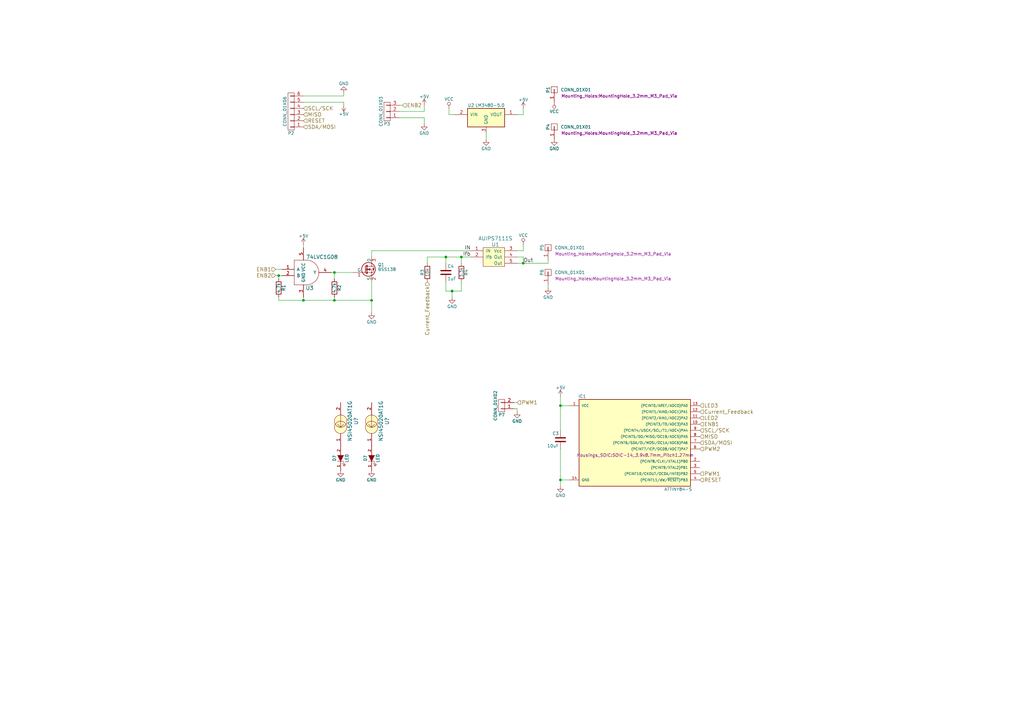
<source format=kicad_sch>
(kicad_sch (version 20230121) (generator eeschema)
  (paper "A3")
  (lib_symbols
    (symbol "main-rescue:+5V" (power) (pin_names (offset 0))
      (property "Value" "+5V" (at 0 3.556 0))
      (symbol "+5V_0_1"
        (polyline (pts (xy -0.762 1.27) (xy 0 2.54)))
        (polyline (pts (xy 0 0) (xy 0 2.54)))
        (polyline (pts (xy 0 2.54) (xy 0.762 1.27)))
      )
      (symbol "+5V_1_1"
        (pin power_in line (at 0 0 90) (length 0) hide (name "+5V") (number "1"))
      )
    )
    (symbol "main-rescue:74LVC1G08" (pin_names (offset 1.016))
      (property "Reference" "U" (at 2.54 -6.35 0))
      (property "Value" "74LVC1G08" (at 7.62 6.35 0))
      (symbol "74LVC1G08_0_1"
        (polyline (pts (xy 1.27 5.08) (xy -2.54 5.08) (xy -3.81 5.08) (xy -3.81 -5.08) (xy -2.54 -5.08) (xy 1.27 -5.08)))
        (arc (start 1.27 -5.08) (mid 6.3247 0) (end 1.27 5.08))
      )
      (symbol "74LVC1G08_1_1"
        (pin input line (at -8.89 1.27 0) (length 5.08) (name "A") (number "1"))
        (pin input line (at -8.89 -1.27 0) (length 5.08) (name "B") (number "2"))
        (pin input line (at 0 -10.16 90) (length 5.08) (name "GND") (number "3"))
        (pin input line (at 11.43 0 180) (length 5.08) (name "Y") (number "4"))
        (pin input line (at 0 10.16 270) (length 5.08) (name "VCC") (number "5"))
      )
    )
    (symbol "main-rescue:ATTINY84-S" (pin_names (offset 1.016))
      (property "Reference" "IC" (at -21.59 19.05 0))
      (property "Value" "ATTINY84-S" (at 17.78 -19.05 0))
      (property "Footprint" "SO14" (at 0 -5.08 0))
      (symbol "ATTINY84-S_0_1"
        (rectangle (start 22.86 17.78) (end -22.86 -17.78) (stroke (width 0.254)) (fill (type background)))
      )
      (symbol "ATTINY84-S_1_1"
        (pin power_in line (at -26.67 15.24 0) (length 3.81) (name "VCC") (number "1"))
        (pin bidirectional line (at 26.67 7.62 180) (length 3.81) (name "(PCINT3/T0/ADC3)PA3") (number "10"))
        (pin bidirectional line (at 26.67 10.16 180) (length 3.81) (name "(PCINT2/AIN1/ADC2)PA2") (number "11"))
        (pin bidirectional line (at 26.67 12.7 180) (length 3.81) (name "(PCINT1/AIN0/ADC1)PA1") (number "12"))
        (pin bidirectional line (at 26.67 15.24 180) (length 3.81) (name "(PCINT0/AREF/ADC0)PA0") (number "13"))
        (pin power_in line (at -26.67 -15.24 0) (length 3.81) (name "GND") (number "14"))
        (pin bidirectional line (at 26.67 -7.62 180) (length 3.81) (name "(PCINT8/CLKI/XTAL1)PB0") (number "2"))
        (pin bidirectional line (at 26.67 -10.16 180) (length 3.81) (name "(PCINT9/XTAL2)PB1") (number "3"))
        (pin bidirectional line (at 26.67 -15.24 180) (length 3.81) (name "(PCINT11/dW/~{RESET})PB3") (number "4"))
        (pin bidirectional line (at 26.67 -12.7 180) (length 3.81) (name "(PCINT10/CKOUT/OC0A/INT0)PB2") (number "5"))
        (pin bidirectional line (at 26.67 -2.54 180) (length 3.81) (name "(PCINT7/ICP/OC0B/ADC7)PA7") (number "6"))
        (pin bidirectional line (at 26.67 0 180) (length 3.81) (name "(PCINT6/SDA/DI/MOSI/OC1A/ADC6)PA6") (number "7"))
        (pin bidirectional line (at 26.67 2.54 180) (length 3.81) (name "(PCINT5/DO/MISO/OC1B/ADC5)PA5") (number "8"))
        (pin bidirectional line (at 26.67 5.08 180) (length 3.81) (name "(PCINT4/USCK/SCL/T1/ADC4)PA4") (number "9"))
      )
    )
    (symbol "main-rescue:AUIPS7111S" (pin_names (offset 1.016))
      (property "Reference" "U" (at 0 6.35 0))
      (property "Value" "AUIPS7111S" (at 0 8.89 0))
      (symbol "AUIPS7111S_0_1"
        (rectangle (start -5.08 5.08) (end 3.81 -2.54) (fill (type background)))
      )
      (symbol "AUIPS7111S_1_1"
        (pin input line (at -10.16 3.81 0) (length 5.08) (name "IN") (number "1"))
        (pin input line (at -10.16 1.27 0) (length 5.08) (name "Ifb") (number "2"))
        (pin input line (at 8.89 3.81 180) (length 5.08) (name "Vcc") (number "3"))
        (pin input line (at 8.89 1.27 180) (length 5.08) (name "Out") (number "4"))
        (pin input line (at 8.89 -1.27 180) (length 5.08) (name "Out") (number "5"))
      )
    )
    (symbol "main-rescue:BSS138" (pin_names (offset 0))
      (property "Reference" "Q" (at 5.08 1.905 0))
      (property "Value" "BSS138" (at 5.08 0 0))
      (symbol "BSS138_0_1"
        (polyline (pts (xy 0.635 -1.016) (xy 0.635 -1.651)) (stroke (width 0.508)))
        (polyline (pts (xy 0.635 0.381) (xy 0.635 -0.381)) (stroke (width 0.508)))
        (polyline (pts (xy 0.635 1.651) (xy 0.635 1.016)) (stroke (width 0.508)))
        (polyline (pts (xy 3.048 0.381) (xy 2.921 0.254)))
        (polyline (pts (xy 3.048 0.381) (xy 3.556 0.381)))
        (polyline (pts (xy 3.556 0.381) (xy 3.683 0.508)))
        (polyline (pts (xy 0 1.524) (xy 0 -1.524) (xy 0 -1.524)) (stroke (width 0.254)))
        (polyline (pts (xy 0.762 -1.27) (xy 2.54 -1.27) (xy 2.54 -2.54) (xy 2.54 -2.54)))
        (polyline (pts (xy 0.762 1.27) (xy 2.54 1.27) (xy 2.54 2.54) (xy 2.54 2.54)))
        (polyline (pts (xy 2.54 1.27) (xy 3.302 1.27) (xy 3.302 -1.27) (xy 2.54 -1.27)))
        (polyline (pts (xy 3.302 0.381) (xy 3.048 -0.254) (xy 3.556 -0.254) (xy 3.302 0.381)) (fill (type outline)))
        (polyline (pts (xy 0.762 0) (xy 1.27 0) (xy 2.54 0) (xy 2.54 -1.27) (xy 2.54 -1.27)))
        (polyline (pts (xy 0.889 0) (xy 1.905 0.381) (xy 1.905 -0.381) (xy 0.889 0) (xy 1.016 0) (xy 1.016 0)) (fill (type outline)))
        (circle (center 1.27 0) (radius 2.8194) (stroke (width 0.254)))
        (circle (center 2.54 -1.27) (radius 0.127))
        (circle (center 2.54 1.27) (radius 0.127))
      )
      (symbol "BSS138_1_1"
        (pin passive line (at -5.08 -1.27 0) (length 5.08) (name "G") (number "1"))
        (pin passive line (at 2.54 -5.08 90) (length 2.54) (name "S") (number "2"))
        (pin passive line (at 2.54 5.08 270) (length 2.54) (name "D") (number "3"))
      )
    )
    (symbol "main-rescue:C" (pin_numbers hide) (pin_names (offset 0.254))
      (property "Reference" "C" (at 0.635 2.54 0))
      (property "Value" "C" (at 0.635 -2.54 0))
      (symbol "C_0_1"
        (polyline (pts (xy -2.032 -0.762) (xy 2.032 -0.762)) (stroke (width 0.508)))
        (polyline (pts (xy -2.032 0.762) (xy 2.032 0.762)) (stroke (width 0.508)))
      )
      (symbol "C_1_1"
        (pin passive line (at 0 3.81 270) (length 2.794) (name "~") (number "1"))
        (pin passive line (at 0 -3.81 90) (length 2.794) (name "~") (number "2"))
      )
    )
    (symbol "main-rescue:CONN_01X01" (pin_names (offset 1.016) hide)
      (property "Reference" "P" (at 0 2.54 0))
      (property "Value" "CONN_01X01" (at 2.54 0 90))
      (symbol "CONN_01X01_0_1"
        (rectangle (start -1.27 0.127) (end 0.254 -0.127))
        (rectangle (start -1.27 1.27) (end 1.27 -1.27))
      )
      (symbol "CONN_01X01_1_1"
        (pin passive line (at -5.08 0 0) (length 3.81) (name "P1") (number "1"))
      )
    )
    (symbol "main-rescue:CONN_01X02" (pin_names (offset 1.016) hide)
      (property "Reference" "P" (at 0 3.81 0))
      (property "Value" "CONN_01X02" (at 2.54 0 90))
      (symbol "CONN_01X02_0_1"
        (rectangle (start -1.27 -1.143) (end 0.254 -1.397))
        (rectangle (start -1.27 1.397) (end 0.254 1.143))
        (rectangle (start -1.27 2.54) (end 1.27 -2.54))
      )
      (symbol "CONN_01X02_1_1"
        (pin passive line (at -5.08 1.27 0) (length 3.81) (name "P1") (number "1"))
        (pin passive line (at -5.08 -1.27 0) (length 3.81) (name "P2") (number "2"))
      )
    )
    (symbol "main-rescue:CONN_01X03" (pin_names (offset 1.016) hide)
      (property "Reference" "P" (at 0 5.08 0))
      (property "Value" "CONN_01X03" (at 2.54 0 90))
      (symbol "CONN_01X03_0_1"
        (rectangle (start -1.27 -2.413) (end 0.254 -2.667))
        (rectangle (start -1.27 0.127) (end 0.254 -0.127))
        (rectangle (start -1.27 2.667) (end 0.254 2.413))
        (rectangle (start -1.27 3.81) (end 1.27 -3.81))
      )
      (symbol "CONN_01X03_1_1"
        (pin passive line (at -5.08 2.54 0) (length 3.81) (name "P1") (number "1"))
        (pin passive line (at -5.08 0 0) (length 3.81) (name "P2") (number "2"))
        (pin passive line (at -5.08 -2.54 0) (length 3.81) (name "P3") (number "3"))
      )
    )
    (symbol "main-rescue:CONN_01X06" (pin_names (offset 1.016) hide)
      (property "Reference" "P" (at 0 8.89 0))
      (property "Value" "CONN_01X06" (at 2.54 0 90))
      (symbol "CONN_01X06_0_1"
        (rectangle (start -1.27 -6.223) (end 0.254 -6.477))
        (rectangle (start -1.27 -3.683) (end 0.254 -3.937))
        (rectangle (start -1.27 -1.143) (end 0.254 -1.397))
        (rectangle (start -1.27 1.397) (end 0.254 1.143))
        (rectangle (start -1.27 3.937) (end 0.254 3.683))
        (rectangle (start -1.27 6.477) (end 0.254 6.223))
        (rectangle (start -1.27 7.62) (end 1.27 -7.62))
      )
      (symbol "CONN_01X06_1_1"
        (pin passive line (at -5.08 6.35 0) (length 3.81) (name "P1") (number "1"))
        (pin passive line (at -5.08 3.81 0) (length 3.81) (name "P2") (number "2"))
        (pin passive line (at -5.08 1.27 0) (length 3.81) (name "P3") (number "3"))
        (pin passive line (at -5.08 -1.27 0) (length 3.81) (name "P4") (number "4"))
        (pin passive line (at -5.08 -3.81 0) (length 3.81) (name "P5") (number "5"))
        (pin passive line (at -5.08 -6.35 0) (length 3.81) (name "P6") (number "6"))
      )
    )
    (symbol "main-rescue:GND" (power) (pin_names (offset 0))
      (property "Value" "GND" (at 0 -3.81 0))
      (symbol "GND_0_1"
        (polyline (pts (xy 0 0) (xy 0 -1.27) (xy 1.27 -1.27) (xy 0 -2.54) (xy -1.27 -1.27) (xy 0 -1.27)))
      )
      (symbol "GND_1_1"
        (pin power_in line (at 0 0 270) (length 0) hide (name "GND") (number "1"))
      )
    )
    (symbol "main-rescue:LED" (pin_names (offset 1.016) hide)
      (property "Reference" "D" (at 0 2.54 0))
      (property "Value" "LED" (at 0 -2.54 0))
      (symbol "LED_0_1"
        (polyline (pts (xy -1.27 1.27) (xy -1.27 -1.27)))
        (polyline (pts (xy -2.032 -0.635) (xy -3.175 -1.651) (xy -3.048 -1.016)))
        (polyline (pts (xy -1.651 -1.016) (xy -2.794 -2.032) (xy -2.667 -1.397)))
        (polyline (pts (xy 1.27 1.27) (xy -1.27 0) (xy 1.27 -1.27)) (fill (type outline)))
      )
      (symbol "LED_1_1"
        (pin passive line (at -5.08 0 0) (length 3.81) (name "K") (number "1"))
        (pin passive line (at 5.08 0 180) (length 3.81) (name "A") (number "2"))
      )
    )
    (symbol "main-rescue:LM3480-5.0" (pin_names (offset 1.016))
      (property "Reference" "U" (at -7.62 3.81 0))
      (property "Value" "LM3480-5.0" (at 7.62 3.81 0))
      (symbol "LM3480-5.0_0_1"
        (rectangle (start -7.62 2.54) (end 7.62 -5.08) (stroke (width 0.254)) (fill (type background)))
      )
      (symbol "LM3480-5.0_1_1"
        (pin power_out line (at 12.7 0 180) (length 5.08) (name "VOUT") (number "1"))
        (pin power_in line (at -12.7 0 0) (length 5.08) (name "VIN") (number "2"))
        (pin power_in line (at 0 -7.62 90) (length 2.54) (name "GND") (number "3"))
      )
    )
    (symbol "main-rescue:NSI45020AT1G" (pin_names (offset 1.016))
      (property "Reference" "U" (at 0 6.35 0))
      (property "Value" "NSI45020AT1G" (at 0 3.81 0))
      (symbol "NSI45020AT1G_0_1"
        (polyline (pts (xy -2.54 0) (xy 2.54 0)))
        (polyline (pts (xy 1.27 -1.27) (xy 2.54 0) (xy 1.27 1.27)))
        (circle (center 0 0) (radius 2.54) (fill (type background)))
        (circle (center 2.54 0) (radius 2.54) (fill (type background)))
      )
      (symbol "NSI45020AT1G_1_1"
        (pin input line (at 10.16 0 180) (length 5.08) (name "~") (number "1"))
        (pin input line (at -7.62 0 0) (length 5.08) (name "~") (number "2"))
      )
    )
    (symbol "main-rescue:R" (pin_numbers hide) (pin_names (offset 0))
      (property "Reference" "R" (at 2.032 0 90))
      (property "Value" "R" (at 0 0 90))
      (symbol "R_0_1"
        (rectangle (start -1.016 -2.54) (end 1.016 2.54) (stroke (width 0.254)))
      )
      (symbol "R_1_1"
        (pin passive line (at 0 3.81 270) (length 1.27) (name "~") (number "1"))
        (pin passive line (at 0 -3.81 90) (length 1.27) (name "~") (number "2"))
      )
    )
    (symbol "main-rescue:VCC" (power) (pin_names (offset 0))
      (property "Value" "VCC" (at 0 3.81 0))
      (symbol "VCC_0_1"
        (polyline (pts (xy 0 0) (xy 0 1.27)))
        (circle (center 0 1.905) (radius 0.635))
      )
      (symbol "VCC_1_1"
        (pin power_in line (at 0 0 90) (length 0) hide (name "VCC") (number "1"))
      )
    )
  )
  (junction (at 152.4 123.19))
  (junction (at 182.88 105.41))
  (junction (at 124.46 123.19))
  (junction (at 229.87 196.85))
  (junction (at 185.42 119.38))
  (junction (at 137.16 111.76))
  (junction (at 214.63 107.95))
  (junction (at 189.23 105.41))
  (junction (at 137.16 123.19))
  (junction (at 229.87 166.37))
  (junction (at 114.3 113.03))
  (wire (pts (xy 173.99 45.72) (xy 163.83 45.72)))
  (wire (pts (xy 175.26 105.41) (xy 175.26 107.95)))
  (wire (pts (xy 224.79 116.84) (xy 224.79 118.11)))
  (wire (pts (xy 229.87 196.85) (xy 229.87 199.39)))
  (wire (pts (xy 214.63 102.87) (xy 212.09 102.87)))
  (wire (pts (xy 165.1 43.18) (xy 163.83 43.18)))
  (wire (pts (xy 229.87 166.37) (xy 233.68 166.37)))
  (wire (pts (xy 152.4 105.41) (xy 152.4 102.87)))
  (wire (pts (xy 137.16 123.19) (xy 152.4 123.19)))
  (wire (pts (xy 124.46 121.92) (xy 124.46 123.19)))
  (wire (pts (xy 137.16 111.76) (xy 144.78 111.76)))
  (wire (pts (xy 152.4 123.19) (xy 152.4 128.27)))
  (wire (pts (xy 182.88 107.95) (xy 182.88 105.41)))
  (wire (pts (xy 182.88 119.38) (xy 182.88 115.57)))
  (wire (pts (xy 214.63 102.87) (xy 214.63 100.33)))
  (wire (pts (xy 173.99 48.26) (xy 163.83 48.26)))
  (wire (pts (xy 189.23 105.41) (xy 193.04 105.41)))
  (wire (pts (xy 114.3 121.92) (xy 114.3 123.19)))
  (wire (pts (xy 212.09 46.99) (xy 214.63 46.99)))
  (wire (pts (xy 189.23 119.38) (xy 189.23 115.57)))
  (wire (pts (xy 140.97 39.37) (xy 124.46 39.37)))
  (wire (pts (xy 224.79 107.95) (xy 224.79 106.68)))
  (wire (pts (xy 229.87 196.85) (xy 233.68 196.85)))
  (wire (pts (xy 113.03 110.49) (xy 115.57 110.49)))
  (wire (pts (xy 212.09 167.64) (xy 212.09 168.91)))
  (wire (pts (xy 182.88 119.38) (xy 185.42 119.38)))
  (wire (pts (xy 140.97 41.91) (xy 140.97 43.18)))
  (wire (pts (xy 184.15 46.99) (xy 186.69 46.99)))
  (wire (pts (xy 173.99 50.8) (xy 173.99 48.26)))
  (wire (pts (xy 173.99 43.18) (xy 173.99 45.72)))
  (wire (pts (xy 189.23 105.41) (xy 189.23 107.95)))
  (wire (pts (xy 175.26 105.41) (xy 182.88 105.41)))
  (wire (pts (xy 135.89 111.76) (xy 137.16 111.76)))
  (wire (pts (xy 182.88 105.41) (xy 189.23 105.41)))
  (wire (pts (xy 114.3 113.03) (xy 115.57 113.03)))
  (wire (pts (xy 152.4 115.57) (xy 152.4 123.19)))
  (wire (pts (xy 212.09 165.1) (xy 210.82 165.1)))
  (wire (pts (xy 152.4 102.87) (xy 193.04 102.87)))
  (wire (pts (xy 210.82 167.64) (xy 212.09 167.64)))
  (wire (pts (xy 212.09 105.41) (xy 214.63 105.41)))
  (wire (pts (xy 124.46 41.91) (xy 140.97 41.91)))
  (wire (pts (xy 214.63 107.95) (xy 224.79 107.95)))
  (wire (pts (xy 214.63 46.99) (xy 214.63 44.45)))
  (wire (pts (xy 113.03 113.03) (xy 114.3 113.03)))
  (wire (pts (xy 229.87 184.15) (xy 229.87 196.85)))
  (wire (pts (xy 214.63 105.41) (xy 214.63 107.95)))
  (wire (pts (xy 124.46 100.33) (xy 124.46 101.6)))
  (wire (pts (xy 185.42 121.92) (xy 185.42 119.38)))
  (wire (pts (xy 212.09 107.95) (xy 214.63 107.95)))
  (wire (pts (xy 114.3 123.19) (xy 124.46 123.19)))
  (wire (pts (xy 184.15 44.45) (xy 184.15 46.99)))
  (wire (pts (xy 185.42 119.38) (xy 189.23 119.38)))
  (wire (pts (xy 229.87 162.56) (xy 229.87 166.37)))
  (wire (pts (xy 199.39 57.15) (xy 199.39 54.61)))
  (wire (pts (xy 114.3 114.3) (xy 114.3 113.03)))
  (wire (pts (xy 140.97 38.1) (xy 140.97 39.37)))
  (wire (pts (xy 137.16 111.76) (xy 137.16 114.3)))
  (wire (pts (xy 137.16 123.19) (xy 137.16 121.92)))
  (wire (pts (xy 124.46 123.19) (xy 137.16 123.19)))
  (wire (pts (xy 229.87 166.37) (xy 229.87 176.53)))
  (label "IN" (at 193.04 102.87 180) (effects (font (size 1.524 1.524))))
  (label "Ifb" (at 193.04 105.41 180) (effects (font (size 1.524 1.524))))
  (label "Out" (at 214.63 107.95 0) (effects (font (size 1.524 1.524))))
  (hierarchical_label "RESET" (shape input) (at 287.02 196.85 0) (effects (font (size 1.524 1.524))))
  (hierarchical_label "MISO" (shape input) (at 124.46 46.99 0) (effects (font (size 1.524 1.524))))
  (hierarchical_label "PWM1" (shape input) (at 212.09 165.1 0) (effects (font (size 1.524 1.524))))
  (hierarchical_label "PWM2" (shape input) (at 287.02 184.15 0) (effects (font (size 1.524 1.524))))
  (hierarchical_label "ENB1" (shape input) (at 113.03 110.49 180) (effects (font (size 1.524 1.524))))
  (hierarchical_label "PWM1" (shape input) (at 287.02 194.31 0) (effects (font (size 1.524 1.524))))
  (hierarchical_label "LED3" (shape input) (at 287.02 166.37 0) (effects (font (size 1.524 1.524))))
  (hierarchical_label "Current_Feedback" (shape input) (at 175.26 115.57 270) (effects (font (size 1.524 1.524))))
  (hierarchical_label "SDA/MOSI" (shape input) (at 287.02 181.61 0) (effects (font (size 1.524 1.524))))
  (hierarchical_label "ENB1" (shape input) (at 287.02 173.99 0) (effects (font (size 1.524 1.524))))
  (hierarchical_label "ENB2" (shape input) (at 113.03 113.03 180) (effects (font (size 1.524 1.524))))
  (hierarchical_label "SCL/SCK" (shape input) (at 124.46 44.45 0) (effects (font (size 1.524 1.524))))
  (hierarchical_label "RESET" (shape input) (at 124.46 49.53 0) (effects (font (size 1.524 1.524))))
  (hierarchical_label "SCL/SCK" (shape input) (at 287.02 176.53 0) (effects (font (size 1.524 1.524))))
  (hierarchical_label "Current_Feedback" (shape input) (at 287.02 168.91 0) (effects (font (size 1.524 1.524))))
  (hierarchical_label "SDA/MOSI" (shape input) (at 124.46 52.07 0) (effects (font (size 1.524 1.524))))
  (hierarchical_label "ENB2" (shape input) (at 165.1 43.18 0) (effects (font (size 1.524 1.524))))
  (hierarchical_label "MISO" (shape input) (at 287.02 179.07 0) (effects (font (size 1.524 1.524))))
  (hierarchical_label "LED2" (shape input) (at 287.02 171.45 0) (effects (font (size 1.524 1.524))))
  (symbol (lib_id "main-rescue:AUIPS7111S") (at 203.2 106.68 0) (unit 1)
    (property "Reference" "U1" (at 203.2 100.33 0) (effects (font (size 1.524 1.524))))
    (property "Value" "AUIPS7111S" (at 203.2 97.79 0) (effects (font (size 1.524 1.524))))
    (property "Footprint" "KiCad-MDH-IC:TO-263-!3" (effects hide))
    (property "Datasheet" "http://www.farnell.com/datasheets/1441780.pdf" (effects hide))
  )
  (symbol (lib_id "main-rescue:R") (at 137.16 118.11 0) (unit 1)
    (property "Reference" "R2" (at 139.192 118.11 90))
    (property "Value" "4.7k" (at 137.16 118.11 90))
    (property "Footprint" "Resistors_SMD:R_0402" (effects hide))
  )
  (symbol (lib_id "main-rescue:R") (at 189.23 111.76 0) (unit 1)
    (property "Reference" "R4" (at 191.262 111.76 90))
    (property "Value" "3.3k" (at 189.23 111.76 90))
    (property "Footprint" "Resistors_SMD:R_0402" (effects hide))
  )
  (symbol (lib_id "main-rescue:R") (at 175.26 111.76 180) (unit 1)
    (property "Reference" "R3" (at 173.228 111.76 90))
    (property "Value" "10k" (at 175.26 111.76 90))
    (property "Footprint" "Resistors_SMD:R_0402" (effects hide))
  )
  (symbol (lib_id "main-rescue:BSS138") (at 149.86 110.49 0) (unit 1)
    (property "Reference" "Q1" (at 154.94 108.585 0) (effects (justify left)))
    (property "Value" "BSS138" (at 154.94 110.49 0) (effects (justify left)))
    (property "Footprint" "TO_SOT_Packages_SMD:SOT-23" (effects hide))
  )
  (symbol (lib_id "main-rescue:GND") (at 229.87 199.39 0) (mirror y) (unit 1)
    (property "Reference" "#PWR01" (effects hide))
    (property "Value" "GND" (at 229.87 203.2 0))
  )
  (symbol (lib_id "main-rescue:LM3480-5.0") (at 199.39 46.99 0) (unit 1)
    (property "Reference" "U2" (at 191.77 43.18 0) (effects (justify left)))
    (property "Value" "LM3480-5.0" (at 207.01 43.18 0) (effects (justify right)))
    (property "Footprint" "TO_SOT_Packages_SMD:SOT-23" (effects hide))
  )
  (symbol (lib_id "main-rescue:74LVC1G08") (at 124.46 111.76 0) (unit 1)
    (property "Reference" "U3" (at 127 118.11 0) (effects (font (size 1.524 1.524))))
    (property "Value" "74LVC1G08" (at 132.08 105.41 0) (effects (font (size 1.524 1.524))))
    (property "Footprint" "TO_SOT_Packages_SMD:SOT-353" (effects hide))
    (property "Datasheet" "http://www.nxp.com/documents/data_sheet/74LVC1G08.pdf?" (effects hide))
  )
  (symbol (lib_id "main-rescue:GND") (at 224.79 118.11 0) (unit 1)
    (property "Reference" "#PWR07" (effects hide))
    (property "Value" "GND" (at 224.79 121.92 0))
  )
  (symbol (lib_id "main-rescue:CONN_01X06") (at 119.38 45.72 180) (unit 1)
    (property "Reference" "P2" (at 119.38 54.61 0))
    (property "Value" "CONN_01X06" (at 116.84 45.72 90))
    (property "Footprint" "Connectors_Hirose:Hirose_DF13-06P-1.25DS_06x1.25mm_Angled" (effects hide))
  )
  (symbol (lib_id "main-rescue:GND") (at 140.97 38.1 180) (unit 1)
    (property "Reference" "#PWR02" (effects hide))
    (property "Value" "GND" (at 140.97 34.29 0))
  )
  (symbol (lib_id "main-rescue:C") (at 229.87 180.34 0) (mirror y) (unit 1)
    (property "Reference" "C3" (at 229.235 177.8 0) (effects (justify left)))
    (property "Value" "10uF" (at 229.235 182.88 0) (effects (justify left)))
    (property "Footprint" "Capacitors_SMD:C_0805" (effects hide))
  )
  (symbol (lib_id "main-rescue:R") (at 114.3 118.11 0) (unit 1)
    (property "Reference" "R1" (at 116.332 118.11 90))
    (property "Value" "4.7k" (at 114.3 118.11 90))
    (property "Footprint" "Resistors_SMD:R_0402" (effects hide))
  )
  (symbol (lib_id "main-rescue:C") (at 182.88 111.76 0) (unit 1)
    (property "Reference" "C4" (at 183.515 109.22 0) (effects (justify left)))
    (property "Value" "1uF" (at 183.515 114.3 0) (effects (justify left)))
    (property "Footprint" "Capacitors_SMD:C_0402" (effects hide))
  )
  (symbol (lib_id "main-rescue:CONN_01X03") (at 158.75 45.72 180) (unit 1)
    (property "Reference" "P3" (at 158.75 50.8 0))
    (property "Value" "CONN_01X03" (at 156.21 45.72 90))
    (property "Footprint" "Connectors_Hirose:Hirose_DF13-03P-1.25DS_03x1.25mm_Angled" (effects hide))
  )
  (symbol (lib_id "main-rescue:GND") (at 173.99 50.8 0) (unit 1)
    (property "Reference" "#PWR03" (effects hide))
    (property "Value" "GND" (at 173.99 54.61 0))
  )
  (symbol (lib_id "main-rescue:CONN_01X01") (at 227.33 36.83 90) (unit 1)
    (property "Reference" "P1" (at 224.79 36.83 0))
    (property "Value" "CONN_01X01" (at 236.22 36.83 90))
    (property "Footprint" "Mounting_Holes:MountingHole_3.2mm_M3_Pad_Via" (at 254 39.37 90))
  )
  (symbol (lib_id "main-rescue:CONN_01X01") (at 227.33 52.07 90) (unit 1)
    (property "Reference" "P4" (at 224.79 52.07 0))
    (property "Value" "CONN_01X01" (at 236.22 52.07 90))
    (property "Footprint" "Mounting_Holes:MountingHole_3.2mm_M3_Pad_Via" (at 254 54.61 90))
  )
  (symbol (lib_id "main-rescue:CONN_01X01") (at 224.79 101.6 90) (unit 1)
    (property "Reference" "P5" (at 222.25 101.6 0))
    (property "Value" "CONN_01X01" (at 233.68 101.6 90))
    (property "Footprint" "Mounting_Holes:MountingHole_3.2mm_M3_Pad_Via" (at 251.46 104.14 90))
  )
  (symbol (lib_id "main-rescue:CONN_01X01") (at 224.79 111.76 90) (unit 1)
    (property "Reference" "P6" (at 222.25 111.76 0))
    (property "Value" "CONN_01X01" (at 233.68 111.76 90))
    (property "Footprint" "Mounting_Holes:MountingHole_3.2mm_M3_Pad_Via" (at 251.46 114.3 90))
  )
  (symbol (lib_id "main-rescue:GND") (at 227.33 57.15 0) (unit 1)
    (property "Reference" "#PWR04" (effects hide))
    (property "Value" "GND" (at 227.33 60.96 0))
  )
  (symbol (lib_id "main-rescue:VCC") (at 227.33 41.91 180) (unit 1)
    (property "Reference" "#PWR05" (effects hide))
    (property "Value" "VCC" (at 227.33 45.72 0))
  )
  (symbol (lib_id "main-rescue:VCC") (at 214.63 100.33 0) (unit 1)
    (property "Reference" "#PWR06" (effects hide))
    (property "Value" "VCC" (at 214.63 96.52 0))
  )
  (symbol (lib_id "main-rescue:VCC") (at 184.15 44.45 0) (unit 1)
    (property "Reference" "#PWR08" (effects hide))
    (property "Value" "VCC" (at 184.15 40.64 0))
  )
  (symbol (lib_id "main-rescue:GND") (at 199.39 57.15 0) (unit 1)
    (property "Reference" "#PWR09" (effects hide))
    (property "Value" "GND" (at 199.39 60.96 0))
  )
  (symbol (lib_id "main-rescue:GND") (at 152.4 128.27 0) (unit 1)
    (property "Reference" "#PWR010" (effects hide))
    (property "Value" "GND" (at 152.4 132.08 0))
  )
  (symbol (lib_id "main-rescue:GND") (at 185.42 121.92 0) (unit 1)
    (property "Reference" "#PWR011" (effects hide))
    (property "Value" "GND" (at 185.42 125.73 0))
  )
  (symbol (lib_id "main-rescue:+5V") (at 140.97 43.18 180) (unit 1)
    (property "Reference" "#PWR012" (effects hide))
    (property "Value" "+5V" (at 140.97 46.736 0))
  )
  (symbol (lib_id "main-rescue:+5V") (at 229.87 162.56 0) (mirror y) (unit 1)
    (property "Reference" "#PWR013" (effects hide))
    (property "Value" "+5V" (at 229.87 159.004 0))
  )
  (symbol (lib_id "main-rescue:+5V") (at 173.99 43.18 0) (unit 1)
    (property "Reference" "#PWR014" (effects hide))
    (property "Value" "+5V" (at 173.99 39.624 0))
  )
  (symbol (lib_id "main-rescue:+5V") (at 124.46 100.33 0) (unit 1)
    (property "Reference" "#PWR015" (effects hide))
    (property "Value" "+5V" (at 124.46 96.774 0))
  )
  (symbol (lib_id "main-rescue:+5V") (at 214.63 44.45 0) (unit 1)
    (property "Reference" "#PWR016" (effects hide))
    (property "Value" "+5V" (at 214.63 40.894 0))
  )
  (symbol (lib_id "main-rescue:CONN_01X02") (at 205.74 166.37 180) (unit 1)
    (property "Reference" "P7" (at 205.74 170.18 0))
    (property "Value" "CONN_01X02" (at 203.2 166.37 90))
    (property "Footprint" "Connectors_Hirose:Hirose_DF13-02P-1.25DS_02x1.25mm_Angled" (effects hide))
  )
  (symbol (lib_id "main-rescue:GND") (at 212.09 168.91 0) (unit 1)
    (property "Reference" "#PWR017" (effects hide))
    (property "Value" "GND" (at 212.09 172.72 0))
  )
  (symbol (lib_id "main-rescue:ATTINY84-S") (at 260.35 181.61 0) (unit 1)
    (property "Reference" "IC1" (at 238.76 162.56 0))
    (property "Value" "ATTINY84-S" (at 278.13 200.66 0))
    (property "Footprint" "Housings_SOIC:SOIC-14_3.9x8.7mm_Pitch1.27mm" (at 260.35 186.69 0) (effects (font italic)))
  )
  (symbol (lib_id "main-rescue:NSI45020AT1G") (at 139.7 172.72 270) (unit 1)
    (property "Reference" "U?" (at 146.05 172.72 0) (effects (font (size 1.524 1.524))))
    (property "Value" "NSI45020AT1G" (at 143.51 172.72 0) (effects (font (size 1.524 1.524))))
    (property "Datasheet" "http://www.onsemi.com/pub_link/Collateral/NSI45020A-D.PDF" (effects hide))
  )
  (symbol (lib_id "main-rescue:LED") (at 139.7 187.96 90) (unit 1)
    (property "Reference" "D?" (at 137.16 187.96 0))
    (property "Value" "LED" (at 142.24 187.96 0))
  )
  (symbol (lib_id "main-rescue:GND") (at 139.7 193.04 0) (mirror y) (unit 1)
    (property "Reference" "#PWR?" (effects hide))
    (property "Value" "GND" (at 139.7 196.85 0))
  )
  (symbol (lib_id "main-rescue:NSI45020AT1G") (at 152.4 172.72 270) (unit 1)
    (property "Reference" "U?" (at 158.75 172.72 0) (effects (font (size 1.524 1.524))))
    (property "Value" "NSI45020AT1G" (at 156.21 172.72 0) (effects (font (size 1.524 1.524))))
    (property "Datasheet" "http://www.onsemi.com/pub_link/Collateral/NSI45020A-D.PDF" (effects hide))
  )
  (symbol (lib_id "main-rescue:LED") (at 152.4 187.96 90) (unit 1)
    (property "Reference" "D?" (at 149.86 187.96 0))
    (property "Value" "LED" (at 154.94 187.96 0))
  )
  (symbol (lib_id "main-rescue:GND") (at 152.4 193.04 0) (mirror y) (unit 1)
    (property "Reference" "#PWR?" (effects hide))
    (property "Value" "GND" (at 152.4 196.85 0))
  )
)
</source>
